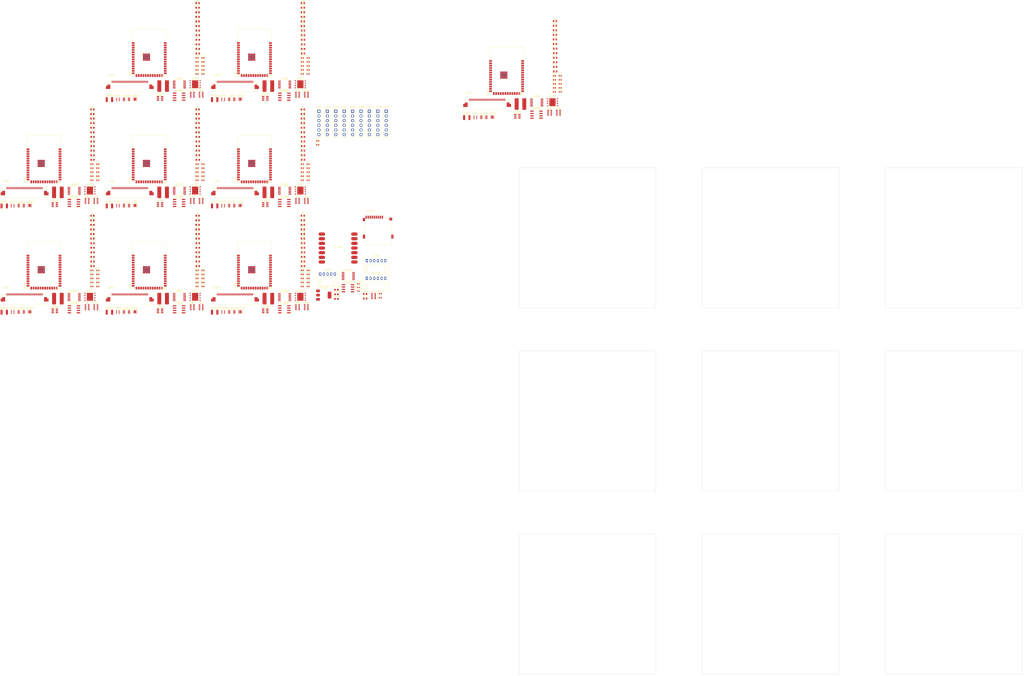
<source format=kicad_pcb>
(kicad_pcb (version 20241229) (generator "pcbnew") (generator_version "9.0")
  (layers (0 "F.Cu" signal) (2 "B.Cu" signal) (13 "F.Paste" user) (15 "B.Paste" user) (5 "F.SilkS" user "F.Silkscreen") (7 "B.SilkS" user "B.Silkscreen") (1 "F.Mask" user) (3 "B.Mask" user) (25 "Edge.Cuts" user))
  (net 0 "")
  (net 1 "/PROG_ESP1_PWR")
  (net 2 "GND")
  (net 3 "/ESP32 1/BATT_IN")
  (net 4 "/ESP32 1/PWR_IN")
  (net 5 "/ESP32 1/+3V3")
  (net 6 "Net-(U206-V_{IN})")
  (net 7 "Net-(J201-LEDA)")
  (net 8 "/PROG_ESP2_PWR")
  (net 9 "/ESP32 2/BATT_IN")
  (net 10 "/ESP32 2/PWR_IN")
  (net 11 "/ESP32 2/+3V3")
  (net 12 "Net-(U306-V_{IN})")
  (net 13 "Net-(J301-LEDA)")
  (net 14 "/PROG_ESP3_PWR")
  (net 15 "/ESP32 3/BATT_IN")
  (net 16 "/ESP32 3/PWR_IN")
  (net 17 "/ESP32 3/+3V3")
  (net 18 "Net-(U406-V_{IN})")
  (net 19 "Net-(J401-LEDA)")
  (net 20 "/PROG_ESP4_PWR")
  (net 21 "/ESP32 4/BATT_IN")
  (net 22 "/ESP32 4/PWR_IN")
  (net 23 "/ESP32 4/+3V3")
  (net 24 "Net-(U506-V_{IN})")
  (net 25 "Net-(J501-LEDA)")
  (net 26 "/PROG_ESP5_PWR")
  (net 27 "/ESP32 5/BATT_IN")
  (net 28 "/ESP32 5/PWR_IN")
  (net 29 "/ESP32 5/+3V3")
  (net 30 "Net-(U606-V_{IN})")
  (net 31 "Net-(J601-LEDA)")
  (net 32 "/PROG_ESP6_PWR")
  (net 33 "/ESP32 6/BATT_IN")
  (net 34 "/ESP32 6/PWR_IN")
  (net 35 "/ESP32 6/+3V3")
  (net 36 "Net-(U706-V_{IN})")
  (net 37 "Net-(J701-LEDA)")
  (net 38 "/PROG_ESP7_PWR")
  (net 39 "/ESP32 7/BATT_IN")
  (net 40 "/ESP32 7/PWR_IN")
  (net 41 "/ESP32 7/+3V3")
  (net 42 "Net-(U806-V_{IN})")
  (net 43 "Net-(J801-LEDA)")
  (net 44 "/PROG_ESP8_PWR")
  (net 45 "/ESP32 8/BATT_IN")
  (net 46 "/ESP32 8/PWR_IN")
  (net 47 "/ESP32 8/+3V3")
  (net 48 "Net-(U906-V_{IN})")
  (net 49 "Net-(J901-LEDA)")
  (net 50 "/PROG_ESP9_PWR")
  (net 51 "/ESP32 9/BATT_IN")
  (net 52 "/ESP32 9/PWR_IN")
  (net 53 "/ESP32 9/+3V3")
  (net 54 "Net-(U1006-V_{IN})")
  (net 55 "Net-(J1001-LEDA)")
  (net 56 "/SAMD21/SAMD21_3V3")
  (net 57 "/SAMD21/PWR_IN")
  (net 58 "/SAMD21/SAMD21_5V")
  (net 59 "Net-(D201-K)")
  (net 60 "/ESP32 1/SPI_µSD_BUS_CONNECT")
  (net 61 "Net-(D202-K)")
  (net 62 "Net-(D203-K)")
  (net 63 "/ESP32 1/SPI_CS_µSD")
  (net 64 "Net-(D204-K)")
  (net 65 "/ESP32 1/SPI_CS_FLASH")
  (net 66 "/ESP32 1/SPI_CS_LCD")
  (net 67 "Net-(D205-K)")
  (net 68 "Net-(D301-K)")
  (net 69 "Net-(D302-K)")
  (net 70 "/ESP32 2/SPI_µSD_BUS_CONNECT")
  (net 71 "Net-(D303-K)")
  (net 72 "/ESP32 2/SPI_CS_FLASH")
  (net 73 "Net-(D304-K)")
  (net 74 "/ESP32 2/SPI_CS_LCD")
  (net 75 "Net-(D305-K)")
  (net 76 "Net-(D401-K)")
  (net 77 "Net-(D402-K)")
  (net 78 "/ESP32 3/SPI_µSD_BUS_CONNECT")
  (net 79 "Net-(D403-K)")
  (net 80 "Net-(D404-K)")
  (net 81 "/ESP32 3/SPI_CS_FLASH")
  (net 82 "/ESP32 3/SPI_CS_LCD")
  (net 83 "Net-(D405-K)")
  (net 84 "Net-(D501-K)")
  (net 85 "/ESP32 4/SPI_µSD_BUS_CONNECT")
  (net 86 "Net-(D502-K)")
  (net 87 "Net-(D503-K)")
  (net 88 "/ESP32 4/SPI_CS_FLASH")
  (net 89 "Net-(D504-K)")
  (net 90 "/ESP32 4/SPI_CS_LCD")
  (net 91 "Net-(D505-K)")
  (net 92 "Net-(D601-K)")
  (net 93 "/ESP32 5/SPI_µSD_BUS_CONNECT")
  (net 94 "Net-(D602-K)")
  (net 95 "Net-(D603-K)")
  (net 96 "/ESP32 5/SPI_CS_FLASH")
  (net 97 "Net-(D604-K)")
  (net 98 "Net-(D605-K)")
  (net 99 "/ESP32 5/SPI_CS_LCD")
  (net 100 "Net-(D701-K)")
  (net 101 "Net-(D702-K)")
  (net 102 "/ESP32 6/SPI_µSD_BUS_CONNECT")
  (net 103 "Net-(D703-K)")
  (net 104 "/ESP32 6/SPI_CS_FLASH")
  (net 105 "Net-(D704-K)")
  (net 106 "Net-(D705-K)")
  (net 107 "/ESP32 6/SPI_CS_LCD")
  (net 108 "Net-(D801-K)")
  (net 109 "Net-(D802-K)")
  (net 110 "/ESP32 7/SPI_µSD_BUS_CONNECT")
  (net 111 "Net-(D803-K)")
  (net 112 "Net-(D804-K)")
  (net 113 "/ESP32 7/SPI_CS_FLASH")
  (net 114 "Net-(D805-K)")
  (net 115 "/ESP32 7/SPI_CS_LCD")
  (net 116 "Net-(D901-K)")
  (net 117 "Net-(D902-K)")
  (net 118 "/ESP32 8/SPI_µSD_BUS_CONNECT")
  (net 119 "Net-(D903-K)")
  (net 120 "/ESP32 8/SPI_CS_FLASH")
  (net 121 "Net-(D904-K)")
  (net 122 "/ESP32 8/SPI_CS_LCD")
  (net 123 "Net-(D905-K)")
  (net 124 "Net-(D1001-K)")
  (net 125 "Net-(D1002-K)")
  (net 126 "/ESP32 9/SPI_µSD_BUS_CONNECT")
  (net 127 "Net-(D1003-K)")
  (net 128 "Net-(D1004-K)")
  (net 129 "/ESP32 9/SPI_CS_FLASH")
  (net 130 "Net-(D1005-K)")
  (net 131 "/ESP32 9/SPI_CS_LCD")
  (net 132 "Net-(D1101-K)")
  (net 133 "Net-(D1102-K)")
  (net 134 "/PROG_ESP1_TXD0")
  (net 135 "/PROG_ESP1_EN")
  (net 136 "/PROG_ESP1_IO0")
  (net 137 "/PROG_ESP1_RXD0")
  (net 138 "/PROG_ESP2_TXD0")
  (net 139 "/PROG_ESP2_EN")
  (net 140 "/PROG_ESP2_IO0")
  (net 141 "/PROG_ESP2_RXD0")
  (net 142 "/PROG_ESP3_TXD0")
  (net 143 "/PROG_ESP3_EN")
  (net 144 "/PROG_ESP3_RXD0")
  (net 145 "/PROG_ESP3_IO0")
  (net 146 "/PROG_ESP4_EN")
  (net 147 "/PROG_ESP4_RXD0")
  (net 148 "/PROG_ESP4_TXD0")
  (net 149 "/PROG_ESP4_IO0")
  (net 150 "/PROG_ESP5_TXD0")
  (net 151 "/PROG_ESP5_IO0")
  (net 152 "/PROG_ESP5_RXD0")
  (net 153 "/PROG_ESP5_EN")
  (net 154 "/PROG_ESP6_IO0")
  (net 155 "/PROG_ESP6_RXD0")
  (net 156 "/PROG_ESP6_TXD0")
  (net 157 "/PROG_ESP6_EN")
  (net 158 "/PROG_ESP7_EN")
  (net 159 "/PROG_ESP7_RXD0")
  (net 160 "/PROG_ESP7_IO0")
  (net 161 "/PROG_ESP7_TXD0")
  (net 162 "/PROG_ESP8_EN")
  (net 163 "/PROG_ESP8_IO0")
  (net 164 "/PROG_ESP8_TXD0")
  (net 165 "/PROG_ESP8_RXD0")
  (net 166 "/PROG_ESP9_EN")
  (net 167 "/PROG_ESP9_RXD0")
  (net 168 "/PROG_ESP9_TXD0")
  (net 169 "/PROG_ESP9_IO0")
  (net 170 "/ESP32 1/LCD_RGB_DB4")
  (net 171 "/ESP32 1/LCD_RGB_DB6")
  (net 172 "/ESP32 1/LCD_RGB_DB11")
  (net 173 "/ESP32 1/LCD_RGB_DB17")
  (net 174 "/ESP32 1/LCD_RGB_DB16")
  (net 177 "/ESP32 1/LCD_RGB_DB8")
  (net 178 "/ESP32 1/LCD_RGB_DB5")
  (net 180 "/ESP32 1/LCD_RGB_DB7")
  (net 181 "/ESP32 1/LCD_RGB_DB1")
  (net 182 "/ESP32 1/LCD_RGB_DB2")
  (net 183 "/ESP32 1/LCD_RGB_DB0")
  (net 184 "/ESP32 1/LCD_RGB_DB12")
  (net 185 "/ESP32 1/LCD_RGB_PCLK")
  (net 186 "/ESP32 1/SPI_SCK")
  (net 187 "/ESP32 1/LCD_RGB_DB10")
  (net 188 "/ESP32 1/LCD_RGB_DE")
  (net 189 "/ESP32 1/LCD_RGB_DB9")
  (net 190 "/ESP32 1/LCD_RGB_DB14")
  (net 191 "/ESP32 1/LCD_RGB_HSYNC")
  (net 192 "/ESP32 1/LCD_RGB_DB13")
  (net 193 "/ESP32 1/LCD_RGB_VSYNC")
  (net 195 "/ESP32 1/LCD_RGB_DB15")
  (net 196 "/ESP32 1/LCD_RGB_DB3")
  (net 198 "/ESP32 2/LCD_RGB_DB2")
  (net 200 "/ESP32 2/LCD_RGB_DE")
  (net 204 "/ESP32 2/LCD_RGB_DB0")
  (net 205 "/ESP32 2/LCD_RGB_DB17")
  (net 206 "/ESP32 2/LCD_RGB_PCLK")
  (net 207 "/ESP32 2/LCD_RGB_DB14")
  (net 208 "/ESP32 2/LCD_RGB_DB13")
  (net 209 "/ESP32 2/LCD_RGB_DB5")
  (net 210 "/ESP32 2/LCD_RGB_VSYNC")
  (net 211 "/ESP32 2/LCD_RGB_DB4")
  (net 212 "/ESP32 2/LCD_RGB_DB6")
  (net 213 "/ESP32 2/LCD_RGB_DB15")
  (net 214 "/ESP32 2/LCD_RGB_DB3")
  (net 215 "/ESP32 2/LCD_RGB_DB12")
  (net 216 "/ESP32 2/LCD_RGB_DB11")
  (net 218 "/ESP32 2/LCD_RGB_DB1")
  (net 219 "/ESP32 2/LCD_RGB_DB16")
  (net 220 "/ESP32 2/LCD_RGB_DB8")
  (net 221 "/ESP32 2/LCD_RGB_DB7")
  (net 222 "/ESP32 2/LCD_RGB_HSYNC")
  (net 223 "/ESP32 2/SPI_SCK")
  (net 224 "/ESP32 2/LCD_RGB_DB9")
  (net 225 "/ESP32 2/LCD_RGB_DB10")
  (net 226 "/ESP32 3/SPI_SCK")
  (net 228 "/ESP32 3/LCD_RGB_DB12")
  (net 229 "/ESP32 3/LCD_RGB_DB6")
  (net 231 "/ESP32 3/LCD_RGB_DB17")
  (net 232 "/ESP32 3/LCD_RGB_DB15")
  (net 234 "/ESP32 3/LCD_RGB_DB11")
  (net 236 "/ESP32 3/LCD_RGB_VSYNC")
  (net 237 "/ESP32 3/LCD_RGB_DB0")
  (net 238 "/ESP32 3/LCD_RGB_DB10")
  (net 239 "/ESP32 3/LCD_RGB_DB5")
  (net 240 "/ESP32 3/LCD_RGB_DB16")
  (net 241 "/ESP32 3/LCD_RGB_DB2")
  (net 242 "/ESP32 3/LCD_RGB_DB8")
  (net 243 "/ESP32 3/LCD_RGB_HSYNC")
  (net 244 "/ESP32 3/LCD_RGB_DB3")
  (net 245 "/ESP32 3/LCD_RGB_DE")
  (net 247 "/ESP32 3/LCD_RGB_DB7")
  (net 248 "/ESP32 3/LCD_RGB_DB14")
  (net 249 "/ESP32 3/LCD_RGB_PCLK")
  (net 250 "/ESP32 3/LCD_RGB_DB13")
  (net 251 "/ESP32 3/LCD_RGB_DB4")
  (net 252 "/ESP32 3/LCD_RGB_DB9")
  (net 253 "/ESP32 3/LCD_RGB_DB1")
  (net 254 "/ESP32 4/LCD_RGB_DB2")
  (net 255 "/ESP32 4/LCD_RGB_HSYNC")
  (net 256 "/ESP32 4/LCD_RGB_DB8")
  (net 257 "/ESP32 4/LCD_RGB_DB11")
  (net 258 "/ESP32 4/LCD_RGB_DB1")
  (net 260 "/ESP32 4/LCD_RGB_DB5")
  (net 262 "/ESP32 4/SPI_SCK")
  (net 264 "/ESP32 4/LCD_RGB_DB0")
  (net 265 "/ESP32 4/LCD_RGB_DB9")
  (net 266 "/ESP32 4/LCD_RGB_DB16")
  (net 269 "/ESP32 4/LCD_RGB_DB3")
  (net 270 "/ESP32 4/LCD_RGB_DB6")
  (net 271 "/ESP32 4/LCD_RGB_DB17")
  (net 272 "/ESP32 4/LCD_RGB_DB15")
  (net 273 "/ESP32 4/LCD_RGB_VSYNC")
  (net 274 "/ESP32 4/LCD_RGB_PCLK")
  (net 275 "/ESP32 4/LCD_RGB_DE")
  (net 276 "/ESP32 4/LCD_RGB_DB14")
  (net 277 "/ESP32 4/LCD_RGB_DB7")
  (net 278 "/ESP32 4/LCD_RGB_DB13")
  (net 279 "/ESP32 4/LCD_RGB_DB12")
  (net 280 "/ESP32 4/LCD_RGB_DB10")
  (net 281 "/ESP32 4/LCD_RGB_DB4")
  (net 283 "/ESP32 5/LCD_RGB_DB7")
  (net 284 "/ESP32 5/LCD_RGB_VSYNC")
  (net 285 "/ESP32 5/LCD_RGB_DB3")
  (net 286 "/ESP32 5/LCD_RGB_DB1")
  (net 287 "/ESP32 5/LCD_RGB_HSYNC")
  (net 288 "/ESP32 5/LCD_RGB_DB6")
  (net 291 "/ESP32 5/LCD_RGB_DB2")
  (net 293 "/ESP32 5/LCD_RGB_DB9")
  (net 294 "/ESP32 5/SPI_SCK")
  (net 295 "/ESP32 5/LCD_RGB_DB0")
  (net 296 "/ESP32 5/LCD_RGB_PCLK")
  (net 297 "/ESP32 5/LCD_RGB_DB15")
  (net 298 "/ESP32 5/LCD_RGB_DB8")
  (net 299 "/ESP32 5/LCD_RGB_DB12")
  (net 300 "/ESP32 5/LCD_RGB_DB14")
  (net 301 "/ESP32 5/LCD_RGB_DB11")
  (net 302 "/ESP32 5/LCD_RGB_DE")
  (net 303 "/ESP32 5/LCD_RGB_DB5")
  (net 304 "/ESP32 5/LCD_RGB_DB13")
  (net 305 "/ESP32 5/LCD_RGB_DB16")
  (net 307 "/ESP32 5/LCD_RGB_DB17")
  (net 308 "/ESP32 5/LCD_RGB_DB10")
  (net 309 "/ESP32 5/LCD_RGB_DB4")
  (net 310 "/ESP32 6/LCD_RGB_DB12")
  (net 311 "/ESP32 6/LCD_RGB_DB2")
  (net 312 "/ESP32 6/LCD_RGB_DB9")
  (net 314 "/ESP32 6/LCD_RGB_DB14")
  (net 315 "/ESP32 6/LCD_RGB_PCLK")
  (net 316 "/ESP32 6/LCD_RGB_DB17")
  (net 317 "/ESP32 6/LCD_RGB_DB10")
  (net 318 "/ESP32 6/LCD_RGB_DB0")
  (net 321 "/ESP32 6/LCD_RGB_DB15")
  (net 322 "/ESP32 6/SPI_SCK")
  (net 323 "/ESP32 6/LCD_RGB_DB7")
  (net 324 "/ESP32 6/LCD_RGB_DE")
  (net 325 "/ESP32 6/LCD_RGB_DB3")
  (net 326 "/ESP32 6/LCD_RGB_DB6")
  (net 328 "/ESP32 6/LCD_RGB_DB5")
  (net 329 "/ESP32 6/LCD_RGB_DB16")
  (net 331 "/ESP32 6/LCD_RGB_DB1")
  (net 332 "/ESP32 6/LCD_RGB_DB8")
  (net 333 "/ESP32 6/LCD_RGB_DB4")
  (net 334 "/ESP32 6/LCD_RGB_DB11")
  (net 335 "/ESP32 6/LCD_RGB_DB13")
  (net 336 "/ESP32 6/LCD_RGB_HSYNC")
  (net 337 "/ESP32 6/LCD_RGB_VSYNC")
  (net 339 "/ESP32 7/LCD_RGB_DB8")
  (net 340 "/ESP32 7/LCD_RGB_DB4")
  (net 341 "/ESP32 7/LCD_RGB_DE")
  (net 343 "/ESP32 7/LCD_RGB_HSYNC")
  (net 344 "/ESP32 7/SPI_SCK")
  (net 346 "/ESP32 7/LCD_RGB_DB14")
  (net 347 "/ESP32 7/LCD_RGB_DB12")
  (net 348 "/ESP32 7/LCD_RGB_DB16")
  (net 349 "/ESP32 7/LCD_RGB_PCLK")
  (net 350 "/ESP32 7/LCD_RGB_DB13")
  (net 351 "/ESP32 7/LCD_RGB_DB9")
  (net 352 "/ESP32 7/LCD_RGB_DB7")
  (net 354 "/ESP32 7/LCD_RGB_VSYNC")
  (net 355 "/ESP32 7/LCD_RGB_DB11")
  (net 357 "/ESP32 7/LCD_RGB_DB17")
  (net 358 "/ESP32 7/LCD_RGB_DB5")
  (net 359 "/ESP32 7/LCD_RGB_DB3")
  (net 360 "/ESP32 7/LCD_RGB_DB15")
  (net 361 "/ESP32 7/LCD_RGB_DB10")
  (net 362 "/ESP32 7/LCD_RGB_DB0")
  (net 363 "/ESP32 7/LCD_RGB_DB6")
  (net 364 "/ESP32 7/LCD_RGB_DB1")
  (net 365 "/ESP32 7/LCD_RGB_DB2")
  (net 366 "/ESP32 8/LCD_RGB_DB13")
  (net 367 "/ESP32 8/LCD_RGB_HSYNC")
  (net 368 "/ESP32 8/LCD_RGB_DB0")
  (net 369 "/ESP32 8/LCD_RGB_DB14")
  (net 370 "/ESP32 8/LCD_RGB_DB1")
  (net 371 "/ESP32 8/LCD_RGB_DB9")
  (net 373 "/ESP32 8/LCD_RGB_DB7")
  (net 375 "/ESP32 8/LCD_RGB_PCLK")
  (net 376 "/ESP32 8/LCD_RGB_DB10")
  (net 377 "/ESP32 8/LCD_RGB_DB16")
  (net 378 "/ESP32 8/LCD_RGB_DB11")
  (net 379 "/ESP32 8/LCD_RGB_DB6")
  (net 380 "/ESP32 8/LCD_RGB_VSYNC")
  (net 381 "/ESP32 8/LCD_RGB_DB12")
  (net 382 "/ESP32 8/LCD_RGB_DB4")
  (net 383 "/ESP32 8/LCD_RGB_DB3")
  (net 384 "/ESP32 8/LCD_RGB_DB2")
  (net 385 "/ESP32 8/SPI_SCK")
  (net 386 "/ESP32 8/LCD_RGB_DB15")
  (net 387 "/ESP32 8/LCD_RGB_DB8")
  (net 388 "/ESP32 8/LCD_RGB_DB17")
  (net 390 "/ESP32 8/LCD_RGB_DE")
  (net 391 "/ESP32 8/LCD_RGB_DB5")
  (net 394 "/ESP32 9/LCD_RGB_HSYNC")
  (net 395 "/ESP32 9/LCD_RGB_DB13")
  (net 396 "/ESP32 9/LCD_RGB_DB9")
  (net 397 "/ESP32 9/LCD_RGB_VSYNC")
  (net 398 "/ESP32 9/LCD_RGB_DB15")
  (net 399 "/ESP32 9/LCD_RGB_DB0")
  (net 400 "/ESP32 9/LCD_RGB_DB1")
  (net 401 "/ESP32 9/LCD_RGB_DB4")
  (net 402 "/ESP32 9/LCD_RGB_PCLK")
  (net 404 "/ESP32 9/LCD_RGB_DB14")
  (net 406 "/ESP32 9/LCD_RGB_DB12")
  (net 407 "/ESP32 9/LCD_RGB_DB2")
  (net 408 "/ESP32 9/LCD_RGB_DB6")
  (net 409 "/ESP32 9/LCD_RGB_DB11")
  (net 410 "/ESP32 9/LCD_RGB_DB10")
  (net 411 "/ESP32 9/LCD_RGB_DB16")
  (net 412 "/ESP32 9/LCD_RGB_DB17")
  (net 413 "/ESP32 9/SPI_SCK")
  (net 414 "/ESP32 9/LCD_RGB_DB5")
  (net 416 "/ESP32 9/LCD_RGB_DB8")
  (net 418 "/ESP32 9/LCD_RGB_DB7")
  (net 419 "/ESP32 9/LCD_RGB_DB3")
  (net 421 "/ESP32 9/LCD_RGB_DE")
  (net 422 "/SAMD21/SAMD_MOSI")
  (net 423 "/SAMD21/SAMD_SCK")
  (net 424 "/SAMD21/SAMD_MISO")
  (net 425 "/SAMD21/UART-RS485_RX")
  (net 426 "/SAMD21/UART-RS485_TX")
  (net 427 "/SAMD21/SAMD_SDA")
  (net 428 "/SAMD21/BACKLIGHT_PWM")
  (net 429 "/FRAME_SYNC")
  (net 430 "/SAMD21/SPI_µSD_BUS_CONNECT")
  (net 431 "/SAMD21/UART_RS485_DE")
  (net 432 "/SAMD21/SPI_MOSI_µSD")
  (net 433 "/SAMD21/SPI_MISO_µSD")
  (net 434 "/SAMD21/SPI_SCK_µSD")
  (net 437 "/RS485_A")
  (net 438 "Net-(U206-FB)")
  (net 439 "Net-(U306-FB)")
  (net 440 "Net-(U406-FB)")
  (net 441 "Net-(U506-FB)")
  (net 442 "Net-(U606-FB)")
  (net 443 "Net-(U706-FB)")
  (net 444 "Net-(U806-FB)")
  (net 445 "Net-(U906-FB)")
  (net 446 "Net-(U1006-FB)")
  (net 450 "/ESP32 1/SPI_CS0")
  (net 451 "/ESP32 1/SPI_CS1")
  (net 454 "/ESP32 1/SPI_MISO")
  (net 455 "/ESP32 1/STRAP_GPIO3")
  (net 457 "/ESP32 1/SPI_MOSI")
  (net 458 "/ESP32 1/UART_RS485_DE")
  (net 459 "/ESP32 1/UART-RS485_TX")
  (net 460 "/ESP32 1/UART-RS485_RX")
  (net 468 "/ESP32 2/SPI_CS1")
  (net 469 "/ESP32 2/SPI_CS0")
  (net 471 "/ESP32 2/SPI_MISO")
  (net 472 "/ESP32 2/UART-RS485_TX")
  (net 473 "/ESP32 2/UART-RS485_RX")
  (net 475 "/ESP32 2/STRAP_GPIO3")
  (net 477 "/ESP32 2/UART_RS485_DE")
  (net 478 "/ESP32 2/SPI_MOSI")
  (net 486 "/ESP32 3/SPI_CS0")
  (net 487 "/ESP32 3/SPI_CS1")
  (net 488 "/ESP32 3/UART_RS485_DE")
  (net 490 "/ESP32 3/SPI_MISO")
  (net 491 "/ESP32 3/UART-RS485_TX")
  (net 493 "/ESP32 3/UART-RS485_RX")
  (net 495 "/ESP32 3/STRAP_GPIO3")
  (net 496 "/ESP32 3/SPI_MOSI")
  (net 504 "/ESP32 4/SPI_CS0")
  (net 505 "/ESP32 4/SPI_CS1")
  (net 507 "/ESP32 4/UART-RS485_TX")
  (net 508 "/ESP32 4/SPI_MISO")
  (net 510 "/ESP32 4/UART_RS485_DE")
  (net 511 "/ESP32 4/UART-RS485_RX")
  (net 512 "/ESP32 4/STRAP_GPIO3")
  (net 513 "/ESP32 4/SPI_MOSI")
  (net 522 "/ESP32 5/SPI_CS0")
  (net 523 "/ESP32 5/SPI_CS1")
  (net 526 "/ESP32 5/SPI_MISO")
  (net 528 "/ESP32 5/SPI_MOSI")
  (net 529 "/ESP32 5/STRAP_GPIO3")
  (net 530 "/ESP32 5/UART-RS485_RX")
  (net 531 "/ESP32 5/UART_RS485_DE")
  (net 532 "/ESP32 5/UART-RS485_TX")
  (net 540 "/ESP32 6/SPI_CS0")
  (net 541 "/ESP32 6/SPI_CS1")
  (net 542 "/ESP32 6/UART-RS485_RX")
  (net 543 "/ESP32 6/STRAP_GPIO3")
  (net 544 "/ESP32 6/UART_RS485_DE")
  (net 545 "/ESP32 6/UART-RS485_TX")
  (net 548 "/ESP32 6/SPI_MISO")
  (net 550 "/ESP32 6/SPI_MOSI")
  (net 558 "/ESP32 7/SPI_CS0")
  (net 559 "/ESP32 7/SPI_CS1")
  (net 560 "/ESP32 7/STRAP_GPIO3")
  (net 562 "/ESP32 7/UART-RS485_RX")
  (net 564 "/ESP32 7/UART_RS485_DE")
  (net 565 "/ESP32 7/SPI_MISO")
  (net 566 "/ESP32 7/SPI_MOSI")
  (net 568 "/ESP32 7/UART-RS485_TX")
  (net 576 "/ESP32 8/SPI_CS1")
  (net 577 "/ESP32 8/SPI_CS0")
  (net 578 "/ESP32 8/UART-RS485_TX")
  (net 579 "/ESP32 8/UART-RS485_RX")
  (net 580 "/ESP32 8/SPI_MISO")
  (net 582 "/ESP32 8/SPI_MOSI")
  (net 584 "/ESP32 8/UART_RS485_DE")
  (net 586 "/ESP32 8/STRAP_GPIO3")
  (net 594 "/ESP32 9/SPI_CS1")
  (net 595 "/ESP32 9/SPI_CS0")
  (net 596 "/ESP32 9/SPI_MISO")
  (net 597 "/ESP32 9/UART-RS485_TX")
  (net 598 "/ESP32 9/SPI_MOSI")
  (net 599 "/ESP32 9/STRAP_GPIO3")
  (net 600 "/ESP32 9/UART-RS485_RX")
  (net 601 "/ESP32 9/UART_RS485_DE")
  (footprint "RF_Module:ESP32-S3-WROOM-1" (layer "F.Cu") (at -435.9575 31.01)
    (property "Reference" "U304")
    (property "Value" "ESP32-S3-WROOM-1-N8R8")
  )
  (footprint "Connector_PinHeader_2.54mm:PinHeader_1x06_P2.54mm_Vertical" (layer "F.Cu") (at -400.7375 63.06)
    (property "Reference" "J101")
    (property "Value" "6-Pos 2.54mm Header")
  )
  (footprint "Package_SON:WSON-8-1EP_6x5mm_P1.27mm_EP3.4x4.3mm" (layer "F.Cu") (at -410.8825 106.29)
    (property "Reference" "U407")
    (property "Value" "W25Q128JVP")
  )
  (footprint "Resistor_SMD:R_1210_3225Metric" (layer "F.Cu") (at -515.1275 56.66)
    (property "Reference" "R502")
    (property "Value" "10")
  )
  (footprint "New_Library:Worthington_C_0402" (layer "F.Cu") (at -406.6325 40.435)
    (property "Reference" "C316")
    (property "Value" "100nF")
  )
  (footprint "Package_TO_SOT_SMD:SOT-583-8" (layer "F.Cu") (at -510.4775 172.615)
    (property "Reference" "U801")
    (property "Value" "LM66200DRLR")
  )
  (footprint "Package_SON:WSON-6-1EP_2x2mm_P0.65mm_EP1x1.6mm" (layer "F.Cu") (at -443.7175 114.455)
    (property "Reference" "U402")
    (property "Value" "TLV75733PDRV")
  )
  (footprint "New_Library:Worthington_C_0402" (layer "F.Cu") (at -524.7325 91.865)
    (property "Reference" "C605")
    (property "Value" "100nF")
  )
  (footprint "New_Library:Worthington_LED_0603" (layer "F.Cu") (at -271.785 33.795)
    (property "Reference" "D202")
    (property "Value" "RED")
  )
  (footprint "Connector_PinHeader_2.54mm:PinHeader_1x06_P2.54mm_Vertical" (layer "F.Cu") (at -364.0175 63.06)
    (property "Reference" "J109")
    (property "Value" "6-Pos 2.54mm Header")
  )
  (footprint "Resistor_SMD:R_1210_3225Metric" (layer "F.Cu") (at -572.5775 172.72)
    (property "Reference" "R902")
    (property "Value" "10")
  )
  (footprint "Package_SO:VSSOP-8_2.3x2mm_P0.5mm" (layer "F.Cu") (at -448.3775 56.495)
    (property "Reference" "U303")
    (property "Value" "SN74LVC1G139")
  )
  (footprint "New_Library:Worthington_LED_0603" (layer "F.Cu") (at -524.3325 147.545)
    (property "Reference" "D905")
    (property "Value" "RED")
  )
  (footprint "New_Library:Worthington_C_0603" (layer "F.Cu") (at -409.5325 69.515)
    (property "Reference" "C404")
    (property "Value" "22uF")
  )
  (footprint "Resistor_SMD:R_1210_3225Metric" (layer "F.Cu") (at -457.6775 114.69)
    (property "Reference" "R402")
    (property "Value" "10")
  )
  (footprint "New_Library:Worthington_C_0402" (layer "F.Cu") (at -409.8325 98.465)
    (property "Reference" "C409")
    (property "Value" "100nF")
  )
  (footprint "New_Library:Worthington_LED_0603" (layer "F.Cu") (at -466.8825 28.985)
    (property "Reference" "D504")
    (property "Value" "RED")
  )
  (footprint "New_Library:Worthington_C_0402" (layer "F.Cu") (at -406.6325 149.895)
    (property "Reference" "C1011")
    (property "Value" "100nF")
  )
  (footprint "New_Library:Worthington_C_0603" (layer "F.Cu") (at -409.5325 127.545)
    (property "Reference" "C1004")
    (property "Value" "22uF")
  )
  (footprint "New_Library:Worthington_C_0402" (layer "F.Cu") (at -272.185 43.645)
    (property "Reference" "C205")
    (property "Value" "100nF")
  )
  (footprint "Package_SON:WSON-6-1EP_2x2mm_P0.65mm_EP1x1.6mm" (layer "F.Cu") (at -501.1675 172.485)
    (property "Reference" "U802")
    (property "Value" "TLV75733PDRV")
  )
  (footprint "New_Library:Worthington_LED_0603" (layer "F.Cu") (at -409.4325 23.985)
    (property "Reference" "D302")
    (property "Value" "RED")
  )
  (footprint "New_Library:Worthington_D_0603" (layer "F.Cu") (at -524.3325 77.015)
    (property "Reference" "C612")
    (property "Value" "22uF")
  )
  (footprint "New_Library:Worthington_C_0402" (layer "F.Cu") (at -464.0825 149.895)
    (property "Reference" "C811")
    (property "Value" "100nF")
  )
  (footprint "New_Library:Worthington_LED_0603" (layer "F.Cu") (at -524.3325 137.545)
    (property "Reference" "D901")
    (property "Value" "LED_Small")
  )
  (footprint "New_Library:Worthington_LED_0603" (layer "F.Cu") (at -466.8825 31.485)
    (property "Reference" "D505")
    (property "Value" "RED")
  )
  (footprint "New_Library:Worthington_C_0603" (layer "F.Cu") (at -409.5325 74.515)
    (property "Reference" "C415")
    (property "Value" "22uF")
  )
  (footprint "New_Library:Worthington_C_0603" (layer "F.Cu") (at -409.5325 8.985)
    (property "Reference" "C303")
    (property "Value" "1uF")
  )
  (footprint "Resistor_SMD:R_1210_3225Metric" (layer "F.Cu") (at -457.6775 56.66)
    (property "Reference" "R302")
    (property "Value" "10")
  )
  (footprint "New_Library:Worthington_D_0603" (layer "F.Cu") (at -409.4325 77.015)
    (property "Reference" "C412")
    (property "Value" "22uF")
  )
  (footprint "New_Library:AMPHENOL_62684-402100ALF" (layer "F.Cu") (at -446.5575 50.51)
    (property "Reference" "J301")
    (property "Value" "Amphenol 40-Pin FPC")
  )
  (footprint "RF_Module:ESP32-S3-WROOM-1" (layer "F.Cu") (at -550.8575 89.04)
    (property "Reference" "U604")
    (property "Value" "ESP32-S3-WROOM-1-N8R8")
  )
  (footprint "New_Library:Worthington_C_0402" (layer "F.Cu") (at -406.6325 152.095)
    (property "Reference" "C1013")
    (property "Value" "100nF")
  )
  (footprint "Package_SO:TSSOP-14_4.4x5mm_P0.65mm" (layer "F.Cu") (at -419.4875 48.425)
    (property "Reference" "U305")
    (property "Value" "TC7MBL3126CFT")
  )
  (footprint "Package_TO_SOT_SMD:TSOT-23-6" (layer "F.Cu") (at -544.9575 171.995)
    (property "Reference" "U906")
    (property "Value" "AP3019AKTTR")
  )
  (footprint "New_Library:CUI_MSD-4-A" (layer "F.Cu") (at -368.3975 128.595)
    (property "Reference" "J1104")
    (property "Value" "Micro_SD_Card")
  )
  (footprint "New_Library:Worthington_D_0603" (layer "F.Cu") (at -466.8825 18.985)
    (property "Reference" "C512")
    (property "Value" "22uF")
  )
  (footprint "New_Library:Worthington_C_0603" (layer "F.Cu") (at -409.5325 72.015)
    (property "Reference" "C406")
    (property "Value" "22uF")
  )
  (footprint "New_Library:Worthington_C_0603" (layer "F.Cu") (at -271.885 16.295)
    (property "Reference" "C202")
    (property "Value" "22uF")
  )
  (footprint "Connector_JST:JST_PH_S6B-PH-K_1x06_P2.00mm_Horizontal" (layer "F.Cu") (at -374.5475 154.24)
    (property "Reference" "J1103")
    (property "Value" "JST-PH A#")
  )
  (footprint "New_Library:Worthington_C_0603" (layer "F.Cu") (at -409.5325 16.485)
    (property "Reference" "C315")
    (property "Value" "22uF")
  )
  (footprint "Package_SO:SOIC-8_3.9x4.9mm_P1.27mm" (layer "F.Cu") (at -534.5375 171.115)
    (property "Reference" "U908")
    (property "Value" "THVD1400D")
  )
  (footprint "New_Library:Worthington_C_0603" (layer "F.Cu") (at -524.4325 72.015)
    (property "Reference" "C606")
    (property "Value" "22uF")
  )
  (footprint "New_Library:Worthington_C_0603" (layer "F.Cu") (at -271.885 23.795)
    (property "Reference" "C206")
    (property "Value" "22uF")
  )
  (footprint "Connector_PinHeader_2.54mm:PinHeader_1x06_P2.54mm_Vertical" (layer "F.Cu") (at -386.9675 63.06)
    (property "Reference" "J104")
    (property "Value" "6-Pos 2.54mm Header")
  )
  (footprint "New_Library:Worthington_LED_0603" (layer "F.Cu") (at -524.3325 142.545)
    (property "Reference" "D903")
    (property "Value" "RED")
  )
  (footprint "New_Library:Worthington_D_0603" (layer "F.Cu") (at -466.8825 135.045)
    (property "Reference" "C812")
    (property "Value" "22uF")
  )
  (footprint "New_Library:Worthington_C_0402" (layer "F.Cu") (at -406.6325 98.465)
    (property "Reference" "C416")
    (property "Value" "100nF")
  )
  (footprint "Package_SO:VSSOP-8_2.3x2mm_P0.5mm" (layer "F.Cu") (at -505.8275 56.495)
    (property "Reference" "U503")
    (property "Value" "SN74LVC1G139")
  )
  (footprint "New_Library:Worthington_LED_0603" (layer "F.Cu") (at -409.4325 31.485)
    (property "Reference" "D305")
    (property "Value" "RED")
  )
  (footprint "Package_SO:TSSOP-14_4.4x5mm_P0.65mm" (layer "F.Cu") (at -476.9375 48.425)
    (property "Reference" "U505")
    (property "Value" "TC7MBL3126CFT")
  )
  (footprint "New_Library:Worthington_LED_0603" (layer "F.Cu") (at -466.8825 79.515)
    (property "Reference" "D701")
    (property "Value" "LED_Small")
  )
  (footprint "New_Library:Worthington_LED_0603" (layer "F.Cu") (at -524.3325 87.015)
    (property "Reference" "D604")
    (property "Value" "RED")
  )
  (footprint "New_Library:Worthington_C_0402" (layer "F.Cu") (at -409.8325 152.095)
    (property "Reference" "C1007")
    (property "Value" "100nF")
  )
  (footprint "New_Library:Worthington_C_0402" (layer "F.Cu") (at -409.8325 149.895)
    (property "Reference" "C1005")
    (property "Value" "100nF")
  )
  (footprint "Package_TO_SOT_SMD:SOT-583-8" (layer "F.Cu") (at -453.0275 172.615)
    (property "Reference" "U1001")
    (property "Value" "LM66200DRLR")
  )
  (footprint "New_Library:Worthington_C_0402" (layer "F.Cu") (at -467.2825 152.095)
    (property "Reference" "C807")
    (property "Value" "100nF")
  )
  (footprint "New_Library:RESCAXE80P320X160X70-8N" (layer "F.Cu") (at -465.0825 111.9875)
    (property "Reference" "RN702")
    (property "Value" "430")
  )
  (footprint "New_Library:Worthington_C_0402" (layer "F.Cu") (at -524.7325 100.665)
    (property "Reference" "C610")
    (property "Value" "100nF")
  )
  (footprint "Package_SO:TSSOP-14_4.4x5mm_P0.65mm" (layer "F.Cu") (at -281.84 58.235)
    (property "Reference" "U205")
    (property "Value" "TC7MBL3126CFT")
  )
  (footprint "Package_SON:WSON-8-1EP_6x5mm_P1.27mm_EP3.4x4.3mm" (layer "F.Cu") (at -273.235 58.07)
    (property "Reference" "U207")
    (property "Value" "W25Q128JVP")
  )
  (footprint "New_Library:RESCAXE80P320X160X70-8N" (layer "F.Cu") (at -412.4275 111.9875)
    (property "Reference" "RN401")
    (property "Value" "10k")
  )
  (footprint "New_Library:Worthington_LED_0603" (layer "F.Cu") (at -271.785 36.295)
    (property "Reference" "D203")
    (property "Value" "RED")
  )
  (footprint "Resistor_SMD:R_1210_3225Metric" (layer "F.Cu") (at -515.1275 172.72)
    (property "Reference" "R802")
    (property "Value" "10")
  )
  (footprint "New_Library:Worthington_LED_0603" (layer "F.Cu") (at -271.785 41.295)
    (property "Reference" "D205")
    (property "Value" "RED")
  )
  (footprint "Package_SO:VSSOP-8_2.3x2mm_P0.5mm" (layer "F.Cu") (at -563.2775 172.555)
    (property "Reference" "U903")
    (property "Value" "SN74LVC1G139")
  )
  (footprint "Package_SON:WSON-6-1EP_2x2mm_P0.65mm_EP1x1.6mm" (layer "F.Cu") (at -443.7175 56.425)
    (property "Reference" "U302")
    (property "Value" "TLV75733PDRV")
  )
  (footprint "New_Library:Worthington_C_0402" (layer "F.Cu") (at -467.2825 158.695)
    (property "Reference" "C810")
    (property "Value" "100nF")
  )
  (footprint "New_Library:Worthington_C_0402" (layer "F.Cu") (at -409.8325 154.295)
    (property "Reference" "C1008")
    (property "Value" "100nF")
  )
  (footprint "New_Library:CDRH5D28" (layer "F.Cu") (at -543.2575 165.32)
    (property "Reference" "L901")
    (property "Value" "22uH")
  )
  (footprint "New_Library:Worthington_C_0402" (layer "F.Cu") (at -464.0825 96.265)
    (property "Reference" "C714")
    (property "Value" "100nF")
  )
  (footprint "Package_SO:SOIC-8_3.9x4.9mm_P1.27mm" (layer "F.Cu") (at -477.0875 55.055)
    (property "Reference" "U508")
    (property "Value" "THVD1400D")
  )
  (footprint "New_Library:Worthington_C_0402" (layer "F.Cu") (at -521.5325 98.465)
    (property "Reference" "C616")
    (property "Value" "100nF")
  )
  (footprint "New_Library:RESCAXE80P320X160X70-8N" (layer "F.Cu") (at -412.4275 170.0175)
    (property "Reference" "RN1001")
    (property "Value" "10k")
  )
  (footprint "New_Library:Worthington_C_0402" (layer "F.Cu") (at -524.7325 98.465)
    (property "Reference" "C609")
    (property "Value" "100nF")
  )
  (footprint "New_Library:Worthington_C_0603" (layer "F.Cu") (at -524.4325 132.545)
    (property "Reference" "C915")
    (property "Value" "22uF")
  )
  (footprint "New_Library:Worthington_LED_0603" (layer "F.Cu") (at -524.3325 145.045)
    (property "Reference" "D904")
    (property "Value" "RED")
  )
  (footprint "Package_SO:TSSOP-14_4.4x5mm_P0.65mm" (layer "F.Cu") (at -419.4875 164.485)
    (property "Reference" "U1005")
    (property "Value" "TC7MBL3126CFT")
  )
  (footprint "New_Library:Worthington_C_0402" (layer "F.Cu") (at -467.2825 38.235)
    (property "Reference" "C508")
    (property "Value" "100nF")
  )
  (footprint "Package_TO_SOT_SMD:SOT-223-3_TabPin2" (layer "F.Cu") (at -398.1075 163.395)
    (property "Reference" "U1102")
    (property "Value" "AZ1117-5.0")
  )
  (footprint "Connector_PinHeader_2.54mm:PinHeader_1x06_P2.54mm_Vertical" (layer "F.Cu") (at -373.1975 63.06)
    (property "Reference" "J107")
    (property "Value" "6-Pos 2.54mm Header")
  )
  (footprint "New_Library:Worthington_C_0603" (layer "F.Cu") (at -524.4325 74.515)
    (property "Reference" "C615")
    (property "Value" "22uF")
  )
  (footprint "New_Library:Worthington_C_0402" (layer "F.Cu") (at -467.2825 98.465)
    (property "Reference" "C709")
    (property "Value" "100nF")
  )
  (footprint "New_Library:Worthington_C_0603" (layer "F.Cu") (at -271.885 13.795)
    (property "Reference" "C201")
    (property "Value" "1uF")
  )
  (footprint "New_Library:Worthington_D_0603" (layer "F.Cu") (at -524.3325 135.045)
    (property "Reference" "C912")
    (property "Value" "22uF")
  )
  (footprint "New_Library:Worthington_C_0402" (layer "F.Cu") (at -467.2825 149.895)
    (property "Reference" "C805")
    (property "Value" "100nF")
  )
  (footprint "New_Library:Worthington_R_0402" (layer "F.Cu") (at -406.6325 42.635)
    (property "Reference" "R301")
    (property "Value" "430")
  )
  (footprint "New_Library:RESCAXE80P320X160X70-8N" (layer "F.Cu") (at -465.0825 170.0175)
    (property "Reference" "RN802")
    (property "Value" "430")
  )
  (footprint "New_Library:RESCAXE80P320X160X70-8N" (layer "F.Cu") (at -407.6325 170.0175)
    (property "Reference" "RN1002")
    (property "Value" "430")
  )
  (footprint "New_Library:AMPHENOL_62684-402100ALF" (layer "F.Cu") (at -446.5575 108.54)
    (property "Reference" "J401")
    (property "Value" "Amphenol 40-Pin FPC")
  )
  (footprint "New_Library:AMPHENOL_62684-402100ALF" (layer "F.Cu") (at -504.0075 108.54)
    (property "Reference" "J701")
    (property "Value" "Amphenol 40-Pin FPC")
  )
  (footprint "New_Library:Worthington_C_0402" (layer "F.Cu") (at -409.8325 42.635)
    (property "Reference" "C310")
    (property "Value" "100nF")
  )
  (footprint "New_Library:Worthington_C_0402" (layer "F.Cu") (at -406.6325 94.065)
    (property "Reference" "C413")
    (property "Value" "100nF")
  )
  (footprint "New_Library:Worthington_C_0402" (layer "F.Cu") (at -524.7325 152.095)
    (property "Reference" "C907")
    (property "Value" "100nF")
  )
  (footprint "New_Library:Worthington_C_0402" (layer "F.Cu") (at -467.2825 91.865)
    (property "Reference" "C705")
    (property "Value" "100nF")
  )
  (footprint "New_Library:Worthington_C_0402" (layer "F.Cu") (at -406.6325 33.835)
    (property "Reference" "C311")
    (property "Value" "100nF")
  )
  (footprint "New_Library:Worthington_LED_0603" (layer "F.Cu") (at -409.4325 89.515)
    (property "Reference" "D405")
    (property "Value" "RED")
  )
  (footprint "New_Library:RESCAXE80P320X160X70-8N" (layer "F.Cu") (at -469.8775 170.0175)
    (property "Reference" "RN801")
    (property "Value" "10k")
  )
  (footprint "New_Library:Worthington_C_0603" (layer "F.Cu") (at -271.885 26.295)
    (property "Reference" "C215")
    (property "Value" "22uF")
  )
  (footprint "New_Library:CDRH5D28" (layer "F.Cu") (at -485.8075 49.26)
    (property "Reference" "L501")
    (property "Value" "22uH")
  )
  (footprint "New_Library:Worthington_C_0402" (layer "F.Cu") (at -406.6325 156.495)
    (property "Reference" "C1016")
    (property "Value" "100nF")
  )
  (footprint "Package_SON:WSON-8-1EP_6x5mm_P1.27mm_EP3.4x4.3mm" (layer "F.Cu") (at -525.7825 106.29)
    (property "Reference" "U607")
    (property "Value" "W25Q128JVP")
  )
  (footprint "New_Library:Worthington_C_0402" (layer "F.Cu") (at -521.5325 94.065)
    (property "Reference" "C613")
    (property "Value" "100nF")
  )
  (footprint "Package_TO_SOT_SMD:SOT-583-8" (layer "F.Cu") (at -315.38 66.365)
    (property "Reference" "U201")
    (property "Value" "LM66200DRLR")
  )
  (footprint "New_Library:Worthington_C_0402" (layer "F.Cu") (at -409.8325 40.435)
    (property "Reference" "C309")
    (property "Value" "100nF")
  )
  (footprint "New_Library:Worthington_C_0402" (layer "F.Cu") (at -409.8325 91.865)
    (property "Reference" "C405")
    (property "Value" "100nF")
  )
  (footprint "New_Library:Worthington_LED_0603" (layer "F.Cu") (at -409.4325 82.015)
    (property "Reference" "D402")
    (property "Value" "RED")
  )
  (footprint "New_Library:Worthington_C_0603" (layer "F.Cu") (at -524.4325 64.515)
    (property "Reference" "C602")
    (property "Value" "22uF")
  )
  (footprint "New_Library:Worthington_C_0402" (layer "F.Cu") (at -467.2825 36.035)
    (property "Reference" "C507")
    (property "Value" "100nF")
  )
  (footprint "New_Library:Worthington_D_0603" (layer "F.Cu") (at -466.8825 77.015)
    (property "Reference" "C712")
    (property "Value" "22uF")
  )
  (footprint "New_Library:Worthington_C_0402" (layer "F.Cu") (at -524.7325 149.895)
    (property "Reference" "C905")
    (property "Value" "100nF")
  )
  (footprint "New_Library:Worthington_LED_0603" (layer "F.Cu") (at -409.4325 142.545)
    (property "Reference" "D1003")
    (property "Value" "RED")
  )
  (footprint "New_Library:Worthington_R_0402" (layer "F.Cu") (at -406.6325 158.695)
    (property "Reference" "R1001")
    (property "Value" "430")
  )
  (footprint "New_Library:Worthington_C_0402" (layer "F.Cu") (at -464.0825 94.065)
    (property "Reference" "C713")
    (property "Value" "100nF")
  )
  (footprint "New_Library:Worthington_C_0402" (layer "F.Cu") (at -464.0825 36.035)
    (property "Reference" "C513")
    (property "Value" "100nF")
  )
  (footprint "New_Library:Worthington_LED_0603" (layer "F.Cu") (at -466.8825 26.485)
    (property "Reference" "D503")
    (property "Value" "RED")
  )
  (footprint "Package_TO_SOT_SMD:TSOT-23-6" (layer "F.Cu") (at -487.5075 55.935)
    (property "Reference" "U506")
    (property "Value" "AP3019AKTTR")
  )
  (footprint "Connector_PinHeader_2.54mm:PinHeader_1x06_P2.54mm_Vertical" (layer "F.Cu") (at -391.5575 63.06)
    (property "Reference" "J103")
    (property "Value" "6-Pos 2.54mm Header")
  )
  (footprint "New_Library:Worthington_C_0603" (layer "F.Cu") (at -409.5325 120.045)
    (property "Reference" "C1001")
    (property "Value" "1uF")
  )
  (footprint "New_Library:Worthington_C_0402" (layer "F.Cu") (at -272.185 52.445)
    (property "Reference" "C210")
    (property "Value" "100nF")
  )
  (footprint "Package_TO_SOT_SMD:SOT-583-8" (layer "F.Cu") (at -567.9275 172.615)
    (property "Reference" "U901")
    (property "Value" "LM66200DRLR")
  )
  (footprint "New_Library:Worthington_C_0402" (layer "F.Cu") (at -464.0825 156.495)
    (property "Reference" "C816")
    (property "Value" "100nF")
  )
  (footprint "New_Library:Worthington_C_0402" (layer "F.Cu") (at -467.2825 40.435)
    (property "Reference" "C509")
    (property "Value" "100nF")
  )
  (footprint "New_Library:Worthington_C_0603" (layer "F.Cu") (at -466.9825 67.015)
    (property "Reference" "C703")
    (property "Value" "1uF")
  )
  (footprint "Package_SON:WSON-8-1EP_6x5mm_P1.27mm_EP3.4x4.3mm" (layer "F.Cu") (at -525.7825 164.32)
    (property "Reference" "U907")
    (property "Value" "W25Q128JVP")
  )
  (footprint "New_Library:Worthington_LED_0603" (layer "F.Cu") (at -409.4325 28.985)
    (property "Reference" "D304")
    (property "Value" "RED")
  )
  (footprint "Package_SO:TSSOP-14_4.4x5mm_P0.65mm" (layer "F.Cu") (at -419.4875 106.455)
    (property "Reference" "U405")
    (property "Value" "TC7MBL3126CFT")
  )
  (footprint "Package_SO:VSSOP-8_2.3x2mm_P0.5mm" (layer "F.Cu") (at -310.73 66.305)
    (property "Reference" "U203")
    (property "Value" "SN74LVC1G139")
  )
  (footprint "Package_SON:WSON-6-1EP_2x2mm_P0.65mm_EP1x1.6mm" (layer "F.Cu") (at -443.7175 172.485)
    (property "Reference" "U1002")
    (property "Value" "TLV75733PDRV")
  )
  (footprint "New_Library:Worthington_LED_0603" (layer "F.Cu") (at -466.8825 23.985)
    (property "Reference" "D502")
    (property "Value" "RED")
  )
  (footprint "New_Library:CDRH5D28" (layer "F.Cu") (at -290.71 59.07)
    (property "Reference" "L201")
    (property "Value" "22uH")
  )
  (footprint "New_Library:RESCAXE80P320X160X70-8N" (layer "F.Cu") (at -469.8775 111.9875)
    (property "Reference" "RN701")
    (property "Value" "10k")
  )
  (footprint "Resistor_SMD:R_1210_3225Metric" (layer "F.Cu") (at -515.1275 114.69)
    (property "Reference" "R702")
    (property "Value" "10")
  )
  (footprint "New_Library:Worthington_C_0402" (layer "F.Cu") (at -406.6325 154.295)
    (property "Reference" "C1014")
    (property "Value" "100nF")
  )
  (footprint "Package_TO_SOT_SMD:SOT-583-8" (layer "F.Cu") (at -453.0275 114.585)
    (property "Reference" "U401")
    (property "Value" "LM66200DRLR")
  )
  (footprint "Capacitor_SMD:C_0603_1608Metric" (layer "F.Cu") (at -391.1775 160.45)
    (property "Reference" "C1102")
    (property "Value" "22uF")
  )
  (footprint "New_Library:Worthington_R_0402" (layer "F.Cu") (at -521.5325 158.695)
    (property "Reference" "R901")
    (property "Value" "430")
  )
  (footprint "New_Library:Worthington_C_0402" (layer "F.Cu") (at -467.2825 100.665)
    (property "Reference" "C710")
    (property "Value" "100nF")
  )
  (footprint "New_Library:Worthington_C_0402" (layer "F.Cu") (at -272.185 45.845)
    (property "Reference" "C207")
    (property "Value" "100nF")
  )
  (footprint "New_Library:Worthington_C_0402" (layer "F.Cu") (at -521.5325 152.095)
    (property "Reference" "C913")
    (property "Value" "100nF")
  )
  (footprint "New_Library:Worthington_C_0603" (layer "F.Cu") (at -409.5325 64.515)
    (property "Reference" "C402")
    (property "Value" "22uF")
  )
  (footprint "New_Library:Worthington_C_0603" (layer "F.Cu") (at -466.9825 130.045)
    (property "Reference" "C806")
    (property "Value" "22uF")
  )
  (footprint "Capacitor_SMD:C_0402_1005Metric" (layer "F.Cu") (at -379.1975 157.24)
    (property "Reference" "C1101")
    (property "Value" "100nF")
  )
  (footprint "New_Library:RESCAXE80P320X160X70-8N" (layer "F.Cu") (at -522.5325 170.0175)
    (property "Reference" "RN902")
    (property "Value" "430")
  )
  (footprint "Capacitor_SMD:C_0603_1608Metric" (layer "F.Cu") (at -391.1775 162.96)
    (property "Reference" "C1103")
    (property "Value" "22uF")
  )
  (footprint "New_Library:Worthington_LED_0603" (layer "F.Cu") (at -524.3325 79.515)
    (property "Reference" "D601")
    (property "Value" "LED_Small")
  )
  (footprint "New_Library:AMPHENOL_62684-402100ALF" (layer "F.Cu") (at -561.4575 108.54)
    (property "Reference" "J601")
    (property "Value" "Amphenol 40-Pin FPC")
  )
  (footprint "New_Library:Worthington_R_0402" (layer "F.Cu") (at -406.6325 100.665)
    (property "Reference" "R401")
    (property "Value" "430")
  )
  (footprint "New_Library:Worthington_LED_0603" (layer "F.Cu") (at -409.4325 84.515)
    (property "Reference" "D403")
    (property "Value" "RED")
  )
  (footprint "Package_TO_SOT_SMD:TSOT-23-6" (layer "F.Cu") (at -430.0575 171.995)
    (property "Reference" "U1006")
    (property "Value" "AP3019AKTTR")
  )
  (footprint "Capacitor_SMD:C_0402_1005Metric" (layer "F.Cu") (at -379.1975 161.18)
    (property "Reference" "C1105")
    (property "Value" "100nF")
  )
  (footprint "Resistor_SMD:R_1210_3225Metric" (layer "F.Cu") (at -457.6775 172.72)
    (property "Reference" "R1002")
    (property "Value" "10")
  )
  (footprint "RF_Module:ESP32-S3-WROOM-1" (layer "F.Cu") (at -435.9575 147.07)
    (property "Reference" "U1004")
    (property "Value" "ESP32-S3-WROOM-1-N8R8")
  )
  (footprint "New_Library:Worthington_C_0603" (layer "F.Cu") (at -524.4325 69.515)
    (property "Reference" "C604")
    (property "Value" "22uF")
  )
  (footprint "New_Library:Worthington_C_0402" (layer "F.Cu") (at -409.8325 33.835)
    (property "Reference" "C305")
    (property "Value" "100nF")
  )
  (footprint "New_Library:CDRH5D28" (layer "F.Cu") (at -428.3575 165.32)
    (property "Reference" "L1001")
    (property "Value" "22uH")
  )
  (footprint "New_Library:Worthington_C_0603" (layer "F.Cu") (at -409.5325 67.015)
    (property "Reference" "C403")
    (property "Value" "1uF")
  )
  (footprint "New_Library:RESCAXE80P320X160X70-8N" (layer "F.Cu") (at -407.6325 53.9575)
    (property "Reference" "RN302")
    (property "Value" "430")
  )
  (footprint "Package_SO:VSSOP-8_2.3x2mm_P0.5mm" (layer "F.Cu") (at -563.2775 114.525)
    (property "Reference" "U603")
    (property "Value" "SN74LVC1G139")
  )
  (footprint "Package_SO:SOIC-8_3.9x4.9mm_P1.27mm" (layer "F.Cu") (at -281.99 64.865)
    (property "Reference" "U208")
    (property "Value" "THVD1400D")
  )
  (footprint "New_Library:Worthington_C_0402" (layer "F.Cu") (at -467.2825 33.835)
    (property "Reference" "C505")
    (property "Value" "100nF")
  )
  (footprint "New_Library:Worthington_LED_0603" (layer "F.Cu") (at -271.785 38.795)
    (property "Reference" "D204")
    (property "Value" "RED")
  )
  (footprint "New_Library:Worthington_C_0402" (layer "F.Cu") (at -406.6325 91.865)
    (property "Reference" "C411")
    (property "Value" "100nF")
  )
  (footprint "New_Library:Worthington_C_0603" (layer "F.Cu") (at -409.5325 3.985)
    (property "Reference" "C301")
    (property "Value" "1uF")
  )
  (footprint "Package_SO:TSSOP-14_4.4x5mm_P0.65mm" (layer "F.Cu") (at -476.9375 164.485)
    (property "Reference" "U805")
    (property "Value" "TC7MBL3126CFT")
  )
  (footprint "New_Library:RESCAXE80P320X160X70-8N" (layer "F.Cu") (at -407.6325 111.9875)
    (property "Reference" "RN402")
    (property "Value" "430")
  )
  (footprint "New_Library:Worthington_LED_0603" (layer "F.Cu") (at -466.8825 147.545)
    (property "Reference" "D805")
    (property "Value" "RED")
  )
  (footprint "New_Library:Worthington_LED_0603" (layer "F.Cu") (at -466.8825 140.045)
    (property "Reference" "D802")
    (property "Value" "RED")
  )
  (footprint "Package_TO_SOT_SMD:TSOT-23-6" (layer "F.Cu") (at -292.41 65.745)
    (property "Reference" "U206")
    (property "Value" "AP3019AKTTR")
  )
  (footprint "Package_SO:TSSOP-14_4.4x5mm_P0.65mm" (layer "F.Cu") (at -476.9375 106.455)
    (property "Reference" "U705")
    (property "Value" "TC7MBL3126CFT")
  )
  (footprint "New_Library:Worthington_R_0402" (layer "F.Cu") (at -367.2325 162.615)
    (property "Reference" "R1101")
    (property "Value" "1k")
  )
  (footprint "New_Library:Worthington_LED_0603" (layer "F.Cu") (at -466.8825 84.515)
    (property "Reference" "D703")
    (property "Value" "RED")
  )
  (footprint "New_Library:Worthington_C_0603" (layer "F.Cu") (at -524.4325 62.015)
    (property "Reference" "C601")
    (property "Value" "1uF")
  )
  (footprint "New_Library:CDRH5D28" (layer "F.Cu") (at -428.3575 49.26)
    (property "Reference" "L301")
    (property "Value" "22uH")
  )
  (footprint "Package_SO:TSSOP-14_4.4x5mm_P0.65mm" (layer "F.Cu") (at -534.3875 164.485)
    (property "Reference" "U905")
    (property "Value" "TC7MBL3126CFT")
  )
  (footprint "New_Library:AMPHENOL_62684-402100ALF" (layer "F.Cu") (at -446.5575 166.57)
    (property "Reference" "J1001")
    (property "Value" "Amphenol 40-Pin FPC")
  )
  (footprint "New_Library:Py_QT_SAMD21" (layer "F.Cu") (at -390.2775 137.725)
    (property "Reference" "U1104")
    (property "Value" "QTPy SAMD21")
  )
  (footprint "New_Library:Worthington_C_0402" (layer "F.Cu") (at -406.6325 38.235)
    (property "Reference" "C314")
    (property "Value" "100nF")
  )
  (footprint "New_Library:Worthington_C_0603" (layer "F.Cu") (at -409.5325 122.545)
    (property "Reference" "C1002")
    (property "Value" "22uF")
  )
  (footprint "Package_SO:SOIC-8_3.9x4.9mm_P1.27mm" (layer "F.Cu") (at -419.6375 171.115)
    (property "Reference" "U1008")
    (property "Value" "THVD1400D")
  )
  (footprint "New_Library:Worthington_LED_0603" (layer "F.Cu") (at -409.4325 137.545)
    (property "Reference" "D1001")
    (property "Value" "LED_Small")
  )
  (footprint "Package_SO:VSSOP-8_2.3x2mm_P0.5mm" (layer "F.Cu") (at -505.8275 172.555)
    (property "Reference" "U803")
    (property "Value" "SN74LVC1G139")
  )
  (footprint "New_Library:Worthington_LED_0603" (layer "F.Cu") (at -409.4325 147.545)
    (property "Reference" "D1005")
    (property "Value" "RED")
  )
  (footprint "New_Library:Worthington_LED_0603" (layer "F.Cu") (at -409.4325 87.015)
    (property "Reference" "D404")
    (property "Value" "RED")
  )
  (footprint "New_Library:Worthington_C_0603" (layer "F.Cu") (at -409.5325 132.545)
    (property "Reference" "C1015")
    (property "Value" "22uF")
  )
  (footprint "New_Library:Worthington_LED_0603" (layer "F.Cu") (at -524.3325 84.515)
    (property "Reference" "D603")
    (property "Value" "RED")
  )
  (footprint "Package_TO_SOT_SMD:SOT-583-8" (layer "F.Cu") (at -567.9275 114.585)
    (property "Reference" "U601")
    (property "Value" "LM66200DRLR")
  )
  (footprint "New_Library:Worthington_C_0603" (layer "F.Cu") (at -466.9825 13.985)
    (property "Reference" "C506")
    (property "Value" "22uF")
  )
  (footprint "New_Library:Worthington_C_0402" (layer "F.Cu") (at -521.5325 91.865)
    (property "Reference" "C611")
    (property "Value" "100nF")
  )
  (footprint "New_Library:Worthington_C_0402" (layer "F.Cu") (at -524.7325 158.695)
    (property "Reference" "C910")
    (property "Value" "100nF")
  )
  (footprint "New_Library:Worthington_R_0402" (layer "F.Cu") (at -464.0825 42.635)
    (property "Reference" "R501")
    (property "Value" "430")
  )
  (footprint "New_Library:Worthington_R_0402" (layer "F.Cu") (at -521.5325 100.665)
    (property "Reference" "R601")
    (property "Value" "430")
  )
  (footprint "New_Library:Worthington_C_0603" (layer "F.Cu") (at -524.4325 122.545)
    (property "Reference" "C902")
    (property "Value" "22uF")
  )
  (footprint "Package_SON:WSON-6-1EP_2x2mm_P0.65mm_EP1x1.6mm" (layer "F.Cu") (at -306.07 66.235)
    (property "Reference" "U202")
    (property "Value" "TLV75733PDRV")
  )
  (footprint "Connector_PinHeader_2.54mm:PinHeader_1x06_P2.54mm_Vertical" (layer "F.Cu") (at -396.1475 63.06)
    (property "Reference" "J102")
    (property "Value" "6-Pos 2.54mm Header")
  )
  (footprint "Package_SO:SOIC-8_3.9x4.9mm_P1.27mm" (layer "F.Cu") (at -477.0875 113.085)
    (property "Reference" "U708")
    (property "Value" "THVD1400D")
  )
  (footprint "Package_SON:WSON-8-1EP_6x5mm_P1.27mm_EP3.4x4.3mm" (layer "F.Cu") (at -468.3325 164.32)
    (property "Reference" "U807")
    (property "Value" "W25Q128JVP")
  )
  (footprint "New_Library:Worthington_C_0603" (layer "F.Cu") (at -409.5325 11.485)
    (property "Reference" "C304")
    (property "Value" "22uF")
  )
  (footprint "Package_SO:VSSOP-8_2.3x2mm_P0.5mm" (layer "F.Cu") (at -448.3775 114.525)
    (property "Reference" "U403")
    (property "Value" "SN74LVC1G139")
  )
  (footprint "New_Library:Worthington_C_0402" (layer "F.Cu") (at -409.8325 94.065)
    (property "Reference" "C407")
    (property "Value" "100nF")
  )
  (footprint "New_Library:RESCAXE80P320X160X70-8N" (layer "F.Cu") (at -522.5325 111.9875)
    (property "Reference" "RN602")
    (property "Value" "430")
  )
  (footprint "New_Library:Worthington_C_0603" (layer "F.Cu") (at -466.9825 62.015)
    (property "Reference" "C701")
    (property "Value" "1uF")
  )
  (footprint "New_Library:Worthington_C_0603" (layer "F.Cu") (at -466.9825 122.545)
    (property "Reference" "C802")
    (property "Value" "22uF")
  )
  (footprint "New_Library:Worthington_C_0402" (layer "F.Cu") (at -268.985 43.645)
    (property "Reference" "C211")
    (property "Value" "100nF")
  )
  (footprint "New_Library:Worthington_C_0603" (layer "F.Cu") (at -409.5325 13.985)
    (property "Reference" "C306")
    (property "Value" "22uF")
  )
  (footprint "New_Library:Worthington_D_0603" (layer "F.Cu") (at -409.4325 18.985)
    (property "Reference" "C312")
    (property "Value" "22uF")
  )
  (footprint "Resistor_SMD:R_1210_3225Metric" (layer "F.Cu") (at -320.03 66.47)
    (property "Reference" "R202")
    (property "Value" "10")
  )
  (footprint "New_Library:Worthington_C_0603" (layer "F.Cu") (at -466.9825 127.545)
    (property "Reference" "C804")
    (property "Value" "22uF")
  )
  (footprint "New_Library:Worthington_LED_0603" (layer "F.Cu") (at -524.3325 89.515)
    (property "Reference" "D605")
    (property "Value" "RED")
  )
  (footprint "Package_SO:SOIC-8_3.9x4.9mm_P1.27mm" (layer "F.Cu") (at -534.5375 113.085)
    (property "Reference" "U608")
    (property "Value" "THVD1400D")
  )
  (footprint "New_Library:RESCAXE80P320X160X70-8N" (layer "F.Cu") (at -412.4275 53.9575)
    (property "Reference" "RN301")
    (property "Value" "10k")
  )
  (footprint "New_Library:Worthington_R_0402" (layer "F.Cu") (at -401.4325 79.155)
    (property "Reference" "R101")
    (property "Value" "120")
  )
  (footprint "New_Library:Worthington_C_0402" (layer "F.Cu") (at -464.0825 98.465)
    (property "Reference" "C716")
    (property "Value" "100nF")
  )
  (footprint "New_Library:Worthington_LED_0603" (layer "F.Cu") (at -409.4325 26.485)
    (property "Reference" "D303")
    (property "Value" "RED")
  )
  (footprint "New_Library:RESCAXE80P320X160X70-8N" (layer "F.Cu") (at -469.8775 53.9575)
    (property "Reference" "RN501")
    (property "Value" "10k")
  )
  (footprint "New_Library:Worthington_LED_0603" (layer "F.Cu") (at -466.8825 137.545)
    (property "Reference" "D801")
    (property "Value" "LED_Small")
  )
  (footprint "New_Library:Worthington_C_0402" (layer "F.Cu") (at -409.8325 156.495)
    (property "Reference" "C1009")
    (property "Value" "100nF")
  )
  (footprint "New_Library:Worthington_C_0402" (layer "F.Cu") (at -272.185 48.045)
    (property "Reference" "C208")
    (property "Value" "100nF")
  )
  (footprint "New_Library:Worthington_LED_0603" (layer "F.Cu") (at -466.8825 82.015)
    (property "Reference" "D702")
    (property "Value" "RED")
  )
  (footprint "New_Library:Worthington_C_0402" (layer "F.Cu") (at -524.7325 156.495)
    (property "Reference" "C909")
    (property "Value" "100nF")
  )
  (footprint "New_Library:Worthington_C_0402" (layer "F.Cu") (at -464.0825 38.235)
    (property "Reference" "C514")
    (property "Value" "100nF")
  )
  (footprint "New_Library:Worthington_C_0402" (layer "F.Cu") (at -521.5325 154.295)
    (property "Reference" "C914")
    (property "Value" "100nF")
  )
  (footprint "New_Library:Worthington_C_0402" (layer "F.Cu") (at -464.0825 33.835)
    (property "Reference" "C511")
    (property "Value" "100nF")
  )
  (footprint "Package_TO_SOT_SMD:TSOT-23-6" (layer "F.Cu") (at -544.9575 113.965)
    (property "Reference" "U606")
    (property "Value" "AP3019AKTTR")
  )
  (footprint "New_Library:Worthington_LED_0603" (layer "F.Cu") (at -466.8825 145.045)
    (property "Reference" "D804")
    (property "Value" "RED")
  )
  (footprint "New_Library:Worthington_C_0603" (layer "F.Cu") (at -409.5325 125.045)
    (property "Reference" "C1003")
    (property "Value" "1uF")
  )
  (footprint "New_Library:Worthington_C_0603" (layer "F.Cu") (at -466.9825 120.045)
    (property "Reference" "C801")
    (property "Value" "1uF")
  )
  (footprint "New_Library:Worthington_C_0402" (layer "F.Cu") (at -521.5325 156.495)
    (property "Reference" "C916")
    (property "Value" "100nF")
  )
  (footprint "New_Library:Worthington_C_0603" (layer "F.Cu") (at -409.5325 6.485)
    (property "Reference" "C302")
    (property "Value" "22uF")
  )
  (footprint "New_Library:RESCAXE80P320X160X70-8N" (layer "F.Cu") (at -527.3275 111.9875)
    (property "Reference" "RN601")
    (property "Value" "10k")
  )
  (footprint "RF_Module:ESP32-S3-WROOM-1" (layer "F.Cu") (at -493.4075 31.01)
    (property "Reference" "U504")
    (property "Value" "ESP32-S3-WROOM-1-N8R8")
  )
  (footprint "Package_TO_SOT_SMD:TSOT-23-6" (layer "F.Cu") (at -430.0575 55.935)
    (property "Reference" "U306")
    (property "Value" "AP3019AKTTR")
  )
  (footprint "New_Library:Worthington_C_0603" (layer "F.Cu") (at -466.9825 8.985)
    (property "Reference" "C503")
    (property "Value" "1uF")
  )
  (footprint "Package_TO_SOT_SMD:SOT-583-8" (layer "F.Cu") (at -453.0275 56.555)
    (property "Reference" "U301")
    (property "Value" "LM66200DRLR")
  )
  (footprint "New_Library:AMPHENOL_62684-402100ALF" (layer "F.Cu") (at -504.0075 166.57)
    (property "Reference" "J801")
    (property "Value" "Amphenol 40-Pin FPC")
  )
  (footprint "New_Library:Worthington_C_0402" (layer "F.Cu") (at -409.8325 38.235)
    (property "Reference" "C308")
    (property "Value" "100nF")
  )
  (footprint "New_Library:Worthington_C_0603" (layer "F.Cu") (at -466.9825 72.015)
    (property "Reference" "C706")
    (property "Value" "22uF")
  )
  (footprint "Package_SON:WSON-8-1EP_6x5mm_P1.27mm_EP3.4x4.3mm" (layer "F.Cu") (at -410.8825 48.26)
    (property "Reference" "U307")
    (property "Value" "W25Q128JVP")
  )
  (footprint "New_Library:Worthington_LED_0603" (layer "F.Cu") (at -466.8825 89.515)
    (property "Reference" "D705")
    (property "Value" "RED")
  )
  (footprint "Package_SO:SOIC-8_3.9x4.9mm_P1.27mm" (layer "F.Cu") (at -419.6375 55.055)
    (property "Reference" "U308")
    (property "Value" "THVD1400D")
  )
  (footprint "New_Library:Worthington_C_0402" (layer "F.Cu") (at -524.7325 94.065)
    (property "Reference" "C607")
    (property "Value" "100nF")
  )
  (footprint "Connector_JST:JST_PH_S5B-PH-K_1x05_P2.00mm_Horizontal" (layer "F.Cu") (at -400.0575 151.92)
    (property "Reference" "J1101")
    (property "Value" "JST-PH SPI")
  )
  (footprint "New_Library:CDRH5D28" (layer "F.Cu") (at -485.8075 165.32)
    (property "Reference" "L801")
    (property "Value" "22uH")
  )
  (footprint "New_Library:CDRH5D28" (layer "F.Cu") (at -485.8075 107.29)
    (property "Reference" "L701")
    (property "Value" "22uH")
  )
  (footprint "New_Library:Worthington_C_0402" (layer "F.Cu") (at -464.0825 154.295)
    (property "Reference" "C814")
    (property "Value" "100nF")
  )
  (footprint "New_Library:Worthington_C_0603" (layer "F.Cu") (at -524.4325 130.045)
    (property "Reference" "C906")
    (property "Value" "22uF")
  )
  (footprint "New_Library:Worthington_C_0402" (layer "F.Cu") (at -268.985 50.245)
    (property "Reference" "C216")
    (property "Value" "100nF")
  )
  (footprint "New_Library:Worthington_C_0402" (layer "F.Cu") (at -406.6325 36.035)
    (property "Reference" "C313")
    (property "Value" "100nF")
  )
  (footprint "Package_TO_SOT_SMD:TSOT-23-6" (layer "F.Cu") (at -487.5075 113.965)
    (property "Reference" "U706")
    (property "Value" "AP3019AKTTR")
  )
  (footprint "New_Library:RESCAXE80P320X160X70-8N" (layer "F.Cu") (at -370.9375 163.9375)
    (property "Reference" "RN1101")
    (property "Value" "47k")
  )
  (footprint "New_Library:Worthington_C_0402" (layer "F.Cu") (at -272.185 50.245)
    (property "Reference" "C209")
    (property "Value" "100nF")
  )
  (footprint "New_Library:Worthington_C_0402" (layer "F.Cu") (at -467.2825 96.265)
    (property "Reference" "C708")
    (property "Value" "100nF")
  )
  (footprint "New_Library:Worthington_R_0402" (layer "F.Cu") (at -367.2325 164.815)
    (property "Reference" "R1102")
    (property "Value" "430")
  )
  (footprint "New_Library:RESCAXE80P320X160X70-8N" (layer "F.Cu") (at -465.0825 53.9575)
    (property "Reference" "RN502")
    (property "Value" "430")
  )
  (footprint "Connector_PinHeader_2.54mm:PinHeader_1x06_P2.54mm_Vertical" (layer "F.Cu") (at -382.3775 63.06)
    (property "Reference" "J105")
    (property "Value" "6-Pos 2.54mm Header")
  )
  (footprint "Package_SON:WSON-6-1EP_2x2mm_P0.65mm_EP1x1.6mm" (layer "F.Cu") (at -558.6175 172.485)
    (property "Reference" "U902")
    (property "Value" "TLV75733PDRV")
  )
  (footprint "Package_SON:WSON-8-1EP_6x5mm_P1.27mm_EP3.4x4.3mm" (layer "F.Cu") (at -410.8825 164.32)
    (property "Reference" "U1007")
    (property "Value" "W25Q128JVP")
  )
  (footprint "New_Library:Worthington_LED_0603" (layer "F.Cu") (at -271.785 31.295)
    (property "Reference" "D201")
    (property "Value" "LED_Small")
  )
  (footprint "New_Library:Worthington_C_0402" (layer "F.Cu") (at -524.7325 96.265)
    (property "Reference" "C608")
    (property "Value" "100nF")
  )
  (footprint "New_Library:Worthington_D_0603" (layer "F.Cu") (at -271.785 28.795)
    (property "Reference" "C212")
    (property "Value" "22uF")
  )
  (footprint "New_Library:Worthington_LED_0603" (layer "F.Cu") (at -409.4325 145.045)
    (property "Reference" "D1004")
    (property "Value" "RED")
  )
  (footprint "RF_Module:ESP32-S3-WROOM-1" (layer "F.Cu") (at -298.31 40.82)
    (property "Reference" "U204")
    (property "Value" "ESP32-S3-WROOM-1-N8R8")
  )
  (footprint "Capacitor_SMD:C_0603_1608Metric" (layer "F.Cu") (at -391.1775 165.47)
    (property "Reference" "C1106")
    (property "Value" "22uF")
  )
  (footprint "New_Library:Worthington_C_0402" (layer "F.Cu") (at -467.2825 42.635)
    (property "Reference" "C510")
    (property "Value" "100nF")
  )
  (footprint "Package_TO_SOT_SMD:TSOT-23-6" (layer "F.Cu") (at -430.0575 113.965)
    (property "Reference" "U406")
    (property "Value" "AP3019AKTTR")
  )
  (footprint "Connector_PinHeader_2.54mm:PinHeader_1x06_P2.54mm_Vertical" (layer "F.Cu") (at -368.6075 63.06)
    (property "Reference" "J108")
    (property "Value" "6-Pos 2.54mm Header")
  )
  (footprint "New_Library:Worthington_LED_0603" (layer "F.Cu") (at -524.3325 140.045)
    (property "Reference" "D902")
    (property "Value" "RED")
  )
  (footprint "Package_TO_SOT_SMD:SOT-583-8" (layer "F.Cu") (at -510.4775 56.555)
    (property "Reference" "U501")
    (property "Value" "LM66200DRLR")
  )
  (footprint "RF_Module:ESP32-S3-WROOM-1" (layer "F.Cu") (at -550.8575 147.07)
    (property "Reference" "U904")
    (property "Value" "ESP32-S3-WROOM-1-N8R8")
  )
  (footprint "New_Library:Worthington_C_0603" (layer "F.Cu") (at -524.4325 127.545)
    (property "Reference" "C904")
    (property "Value" "22uF")
  )
  (footprint "New_Library:Worthington_C_0603" (layer "F.Cu") (at -466.9825 64.515)
    (property "Reference" "C702")
    (property "Value" "22uF")
  )
  (footprint "New_Library:Worthington_LED_0603" (layer "F.Cu") (at -466.8825 87.015)
    (property "Reference" "D704")
    (property "Value" "RED")
  )
  (footprint "New_Library:Worthington_C_0402" (layer "F.Cu") (at -467.2825 156.495)
    (property "Reference" "C809")
    (property "Value" "100nF")
  )
  (footprint "New_Library:RESCAXE80P320X160X70-8N" (layer "F.Cu") (at -274.78 63.7675)
    (property "Reference" "RN201")
    (property "Value" "10k")
  )
  (footprint "Resistor_SMD:R_1210_3225Metric" (layer "F.Cu") (at -572.5775 114.69)
    (property "Reference" "R602")
    (property "Value" "10")
  )
  (footprint "New_Library:Worthington_LED_0603" (layer "F.Cu") (at -466.8825 21.485)
    (property "Reference" "D501")
    (property "Value" "LED_Small")
  )
  (footprint "New_Library:Worthington_C_0603" (layer "F.Cu") (at -466.9825 69.515)
    (property "Reference" "C704")
    (property "Value" "22uF")
  )
  (footprint "Package_SON:WSON-6-1EP_2x2mm_P0.65mm_EP1x1.6mm" (layer "F.Cu") (at -501.1675 114.455)
    (property "Reference" "U702")
    (property "Value" "TLV75733PDRV")
  )
  (footprint "New_Library:Worthington_C_0603" (layer "F.Cu") (at -466.9825 74.515)
    (property "Reference" "C715")
    (property "Value" "22uF")
  )
  (footprint "New_Library:AMPHENOL_62684-402100ALF" (layer "F.Cu") (at -561.4575 166.57)
    (property "Reference" "J901")
    (property "Value" "Amphenol 40-Pin FPC")
  )
  (footprint "New_Library:Worthington_LED_0603" (layer "F.Cu") (at -524.3325 82.015)
    (property "Reference" "D602")
    (property "Value" "RED")
  )
  (footprint "New_Library:Worthington_LED_0603" (layer "F.Cu") (at -375.5225 165.265)
    (property "Reference" "D1102")
    (property "Value" "LED_Small")
  )
  (footprint "New_Library:CDRH5D28" (layer "F.Cu") (at -543.2575 107.29)
    (property "Reference" "L601")
    (property "Value" "22uH")
  )
  (footprint "Package_SO:SOIC-8_3.9x4.9mm_P1.27mm" (layer "F.Cu") (at -384.8575 159.615)
    (property "Reference" "U1103")
    (property "Value" "THVD1400D")
  )
  (footprint "New_Library:Worthington_C_0603" (layer "F.Cu") (at -466.9825 16.485)
    (property "Reference" "C515")
    (property "Value" "22uF")
  )
  (footprint "New_Library:Worthington_C_0402" (layer "F.Cu") (at -409.8325 96.265)
    (property "Reference" "C408")
    (property "Value" "100nF")
  )
  (footprint "New_Library:Worthington_C_0402" (layer "F.Cu") (at -521.5325 149.895)
    (property "Reference" "C911")
    (property "Value" "100nF")
  )
  (footprint "Package_SON:WSON-8-1EP_6x5mm_P1.27mm_EP3.4x4.3mm" (layer "F.Cu") (at -468.3325 106.29)
    (property "Reference" "U707")
    (property "Value" "W25Q128JVP")
  )
  (footprint "Package_SO:VSSOP-8_2.3x2mm_P0.5mm" (layer "F.Cu") (at -505.8275 114.525)
    (property "Reference" "U703")
    (property "Value" "SN74LVC1G139")
  )
  (footprint "Package_SO:SOIC-8_3.9x4.9mm_P1.27mm" (layer "F.Cu") (at -477.0875 171.115)
    (property "Reference" "U808")
    (property "Value" "THVD1400D")
  )
  (footprint "New_Library:Worthington_C_0603" (layer "F.Cu") (at -466.9825 3.985)
    (property "Reference" "C501")
    (property "Value" "1uF")
  )
  (footprint "New_Library:Worthington_LED_0603" (layer "F.Cu") (at -466.8825 142.545)
    (property "Reference" "D803")
    (property "Value" "RED")
  )
  (footprint "Package_SON:WSON-6-1EP_2x2mm_P0.65mm_EP1x1.6mm" (layer "F.Cu") (at -558.6175 114.455)
    (property "Reference" "U602")
    (property "Value" "TLV75733PDRV")
  )
  (footprint "RF_Module:ESP32-S3-WROOM-1" (layer "F.Cu") (at -435.9575 89.04)
    (property "Reference" "U404")
    (property "Value" "ESP32-S3-WROOM-1-N8R8")
  )
  (footprint "New_Library:Worthington_R_0402" (layer "F.Cu") (at -401.4325 81.355)
    (property "Reference" "R102")
    (property "Value" "120")
  )
  (footprint "New_Library:Worthington_R_0402" (layer "F.Cu") (at -464.0825 100.665)
    (property "Reference" "R701")
    (property "Value" "430")
  )
  (footprint "New_Library:Worthington_C_0603" (layer "F.Cu") (at -271.885 18.795)
    (property "Reference" "C203")
    (property "Value" "1uF")
  )
  (footprint "New_Library:Worthington_C_0603" (layer "F.Cu") (at -466.9825 132.545)
    (property "Reference" "C815")
    (property "Value" "22uF")
  )
  (footprint "New_Library:Worthington_C_0603" (layer "F.Cu") (at -271.885 21.295)
    (property "Reference" "C204")
    (property "Value" "22uF")
  )
  (footprint "New_Library:Worthington_LED_0603" (layer "F.Cu") (at -409.4325 79.515)
    (property "Reference" "D401")
    (property "Value" "LED_Small")
  )
  (footprint "New_Library:Worthington_C_0402" (layer "F.Cu") (at -524.7325 154.295)
    (property "Reference" "C908")
    (property "Value" "100nF")
  )
  (footprint "New_Library:RESCAXE80P320X160X70-8N" (layer "F.Cu") (at -527.3275 170.0175)
    (property "Reference" "RN901")
    (property "Value" "10k")
  )
  (footprint "New_Library:Worthington_C_0603" (layer "F.Cu") (at -466.9825 11.485)
    (property "Reference" "C504")
    (property "Value" "22uF")
  )
  (footprint "New_Library:Worthington_C_0603" (layer "F.Cu") (at -409.5325 130.045)
    (property "Reference" "C1006")
    (property "Value" "22uF")
  )
  (footprint "Capacitor_SMD:C_0402_1005Metric" (layer "F.Cu") (at -379.1975 159.21)
    (property "Reference" "C1104")
    (property "Value" "100nF")
  )
  (footprint "Package_SON:WSON-6-1EP_2x2mm_P0.65mm_EP1x1.6mm" (layer "F.Cu") (at -501.1675 56.425)
    (property "Reference" "U502")
    (property "Value" "TLV75733PDRV")
  )
  (footprint "New_Library:Worthington_C_0603" (layer "F.Cu") (at -466.9825 125.045)
    (property "Reference" "C803")
    (property "Value" "1uF")
  )
  (footprint "New_Library:Worthington_C_0402" (layer "F.Cu") (at -464.0825 40.435)
    (property "Reference" "C516")
    (property "Value" "100nF")
  )
  (footprint "RF_Module:ESP32-S3-WROOM-1" (layer "F.Cu") (at -493.4075 147.07)
    (property "Reference" "U804")
    (property "Value" "ESP32-S3-WROOM-1-N8R8")
  )
  (footprint "Package_SON:WSON-8-1EP_6x5mm_P1.27mm_EP3.4x4.3mm" (layer "F.Cu") (at -468.3325 48.26)
    (property "Reference" "U507")
    (property "Value" "W25Q128JVP")
  )
  (footprint "Package_SO:TSSOP-14_4.4x5mm_P0.65mm" (layer "F.Cu") (at -534.3875 106.455)
    (property "Reference" "U605")
    (property "Value" "TC7MBL3126CFT")
  )
  (footprint "New_Library:Worthington_C_0603" (layer "F.Cu") (at -524.4325 120.045)
    (property "Reference" "C901")
    (property "Value" "1uF")
  )
  (footprint "New_Library:Worthington_C_0402" (layer "F.Cu") (at -467.2825 154.295)
    (property "Reference" "C808")
    (property "Value" "100nF")
  )
  (footprint "New_Library:Worthington_C_0603" (layer "F.Cu") (at -524.4325 67.015)
    (property "Reference" "C603")
    (property "Value" "1uF")
  )
  (footprint "New_Library:AMPHENOL_62684-402100ALF" (layer "F.Cu") (at -308.91 60.32)
    (property "Reference" "J201")
    (property "Value" "Amphenol 40-Pin FPC")
  )
  (footprint "New_Library:Worthington_C_0402" (layer "F.Cu") (at -464.0825 152.095)
    (property "Reference" "C813")
    (property "Value" "100nF")
  )
  (footprint "New_Library:CDRH5D28" (layer "F.Cu") (at -428.3575 107.29)
    (property "Reference" "L401")
    (property "Value" "22uH")
  )
  (footprint "Connector_JST:JST_PH_S6B-PH-K_1x06_P2.00mm_Horizontal" (layer "F.Cu") (at -374.5475 144.59)
    (property "Reference" "J1102")
    (property "Value" "JST-PH UART/I2C")
  )
  (footprint "Package_SO:VSSOP-8_2.3x2mm_P0.5mm" (layer "F.Cu") (at -448.3775 172.555)
    (property "Reference" "U1003")
    (property "Value" "SN74LVC1G139")
  )
  (footprint "Package_SO:TSSOP-14_4.4x5mm_P0.65mm" (layer "F.Cu") (at -384.7075 152.985)
    (property "Reference" "U1101")
    (property "Value" "TC7MBL3126CFT")
  )
  (footprint "Package_SO:SOIC-8_3.9x4.9mm_P1.27mm" (layer "F.Cu") (at -419.6375 113.085)
    (property "Reference" "U408")
    (property "Value" "THVD1400D")
  )
  (footprint "New_Library:Worthington_R_0402" (layer "F.Cu") (at -268.985 52.445)
    (property "Reference" "R201")
    (property "Value" "430")
  )
  (footprint "New_Library:Worthington_C_0402" (layer "F.Cu") (at -464.0825 91.865)
    (property "Reference" "C711")
    (property "Value" "100nF")
  )
  (footprint "New_Library:Worthington_R_0402" (layer "F.Cu") (at -464.0825 158.695)
    (property "Reference" "R801")
    (property "Value" "430")
  )
  (footprint "New_Library:Worthington_LED_0603" (layer "F.Cu") (at -409.4325 140.045)
    (property "Reference" "D1002")
    (property "Value" "RED")
  )
  (footprint "New_Library:AMPHENOL_62684-402100ALF" (layer "F.Cu") (at -504.0075 50.51)
    (property "Reference" "J501")
    (property "Value" "Amphenol 40-Pin FPC")
  )
  (footprint "New_Library:Worthington_C_0402" (layer "F.Cu") (at -409.8325 100.665)
    (property "Reference" "C410")
    (property "Value" "100nF")
  )
  (footprint "New_Library:Worthington_C_0402" (layer "F.Cu") (at -521.5325 96.265)
    (property "Reference" "C614")
    (property "Value" "100nF")
  )
  (footprint "New_Library:Worthington_C_0402" (layer "F.Cu") (at -467.2825 94.065)
    (property "Reference" "C707")
    (property "Value" "100nF")
  )
  (footprint "New_Library:Worthington_LED_0603" (layer "F.Cu") (at -375.5225 162.765)
    (property "Reference" "D1101")
    (property "Value" "LED_Small")
  )
  (footprint "New_Library:Worthington_LED_0603" (layer "F.Cu") (at -409.4325 21.485)
    (property "Reference" "D301")
    (property "Value" "LED_Small")
  )
  (footprint "New_Library:Worthington_D_0603" (layer "F.Cu") (at -409.4325 135.045)
    (property "Reference" "C1012")
    (property "Value" "22uF")
  )
  (footprint "New_Library:Worthington_C_0603" (layer "F.Cu") (at -524.4325 125.045)
    (property "Reference" "C903")
    (property "Value" "1uF")
  )
  (footprint "Package_TO_SOT_SMD:TSOT-23-6" (layer "F.Cu") (at -487.5075 171.995)
    (property "Reference" "U806")
    (property "Value" "AP3019AKTTR")
  )
  (footprint "Package_TO_SOT_SMD:SOT-583-8" (layer "F.Cu") (at -510.4775 114.585)
    (property "Reference" "U701")
    (property "Value" "LM66200DRLR")
  )
  (footprint "New_Library:Worthington_C_0603" (layer "F.Cu") (at -466.9825 6.485)
    (property "Reference" "C502")
    (property "Value" "22uF")
  )
  (footprint "New_Library:Worthington_C_0402" (layer "F.Cu") (at -268.985 48.045)
    (property "Reference" "C214")
    (property "Value" "100nF")
  )
  (footprint "New_Library:Worthington_C_0402" (layer "F.Cu") (at -406.6325 96.265)
    (property "Reference" "C414")
    (property "Value" "100nF")
  )
  (footprint "New_Library:Worthington_C_0402" (layer "F.Cu") (at -268.985 45.845)
    (property "Reference" "C213")
    (property "Value" "100nF")
  )
  (footprint "New_Library:Worthington_C_0603" (layer "F.Cu") (at -409.5325 62.015)
    (property "Reference" "C401")
    (property "Value" "1uF")
  )
  (footprint "New_Library:RESCAXE80P320X160X70-8N" (layer "F.Cu") (at -269.985 63.7675)
    (property "Reference" "RN202")
    (property "Value" "430")
  )
  (footprint "Connector_PinHeader_2.54mm:PinHeader_1x06_P2.54mm_Vertical" (layer "F.Cu") (at -377.7875 63.06)
    (property "Reference" "J106")
    (property "Value" "6-Pos 2.54mm Header")
  )
  (footprint "New_Library:Worthington_C_0402" (layer "F.Cu") (at -409.8325 158.695)
    (property "Reference" "C1010")
    (property "Value" "100nF")
  )
  (footprint "New_Library:Worthington_C_0402" (layer "F.Cu") (at -409.8325 36.035)
    (property "Reference" "C307")
    (property "Value" "100nF")
  )
  (footprint "RF_Module:ESP32-S3-WROOM-1" (layer "F.Cu") (at -493.4075 89.04)
    (property "Reference" "U704")
    (property "Value" "ESP32-S3-WROOM-1-N8R8")
  )
  (gr_rect (start -191.44 293.81) (end -116.78 370.35) (stroke (width 0.1)) (fill no) (layer "Edge.Cuts"))
  (gr_rect (start -191.44 93.81) (end -116.78 170.35) (stroke (width 0.1)) (fill no) (layer "Edge.Cuts"))
  (gr_rect (start -91.44 193.81) (end -16.78 270.35) (stroke (width 0.1)) (fill no) (layer "Edge.Cuts"))
  (gr_rect (start -191.44 193.81) (end -116.78 270.35) (stroke (width 0.1)) (fill no) (layer "Edge.Cuts"))
  (gr_rect (start -291.44 293.81) (end -216.78 370.35) (stroke (width 0.1)) (fill no) (layer "Edge.Cuts"))
  (gr_rect (start -291.44 93.81) (end -216.78 170.35) (stroke (width 0.1)) (fill no) (layer "Edge.Cuts"))
  (gr_rect (start -291.44 193.81) (end -216.78 270.35) (stroke (width 0.1)) (fill no) (layer "Edge.Cuts"))
  (gr_rect (start -91.44 93.81) (end -16.78 170.35) (stroke (width 0.1)) (fill no) (layer "Edge.Cuts"))
  (gr_rect (start -91.44 293.81) (end -16.78 370.35) (stroke (width 0.1)) (fill no) (layer "Edge.Cuts"))
)
</source>
